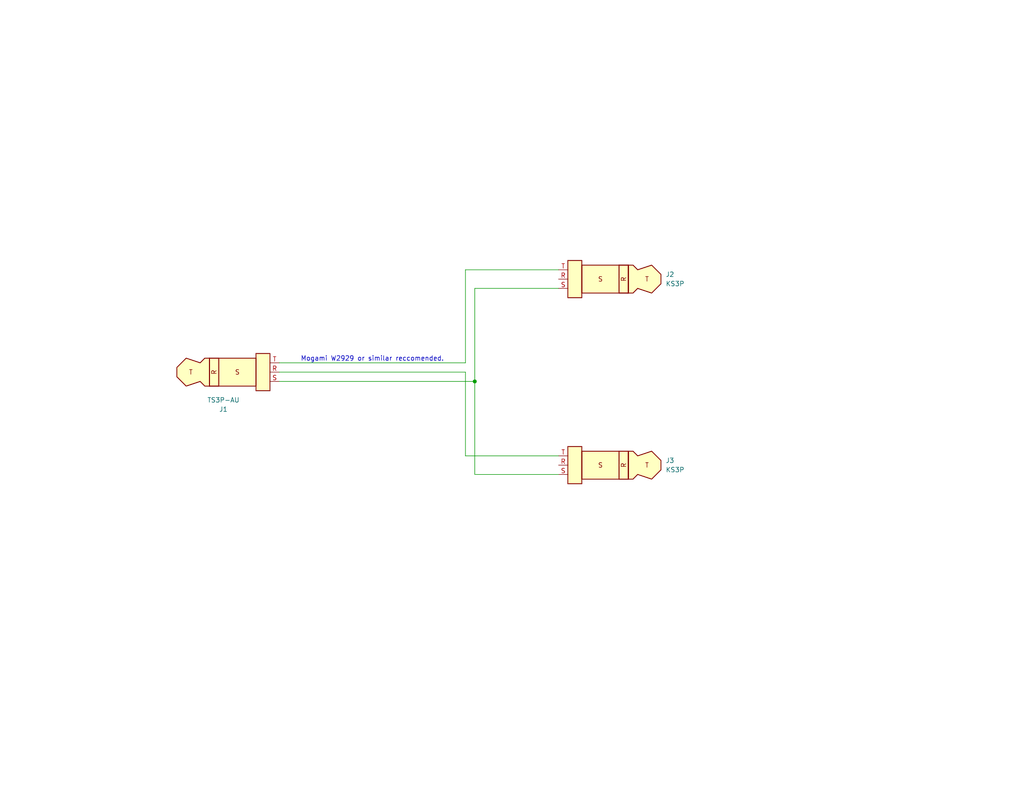
<source format=kicad_sch>
(kicad_sch (version 20231120) (generator "eeschema") (generator_version "8.0")
  (paper "USLetter")
  (title_block (title "HIFIMAN Arya Cable") (date "2025-05-04") (rev "0") (company "Tom Powell"))
  (lib_symbols
    (symbol "Connector_Audio:AudioPlug3"
      (property "Reference" "J" (at 1.27 6.35 0))
      (property "Value" "AudioPlug3" (at 1.27 -6.35 0))
      (symbol "AudioPlug3_0_0"
        (text "R" (at -2.54 0 900) (effects (font (size 1.27 1.27))))
      )
      (symbol "AudioPlug3_0_1"
        (rectangle (start -3.81 3.81) (end -1.27 -3.81) (stroke (width 0.254)))
        (rectangle (start -1.27 -1.27) (end -1.27 -1.27))
      )
      (symbol "AudioPlug3_1_0"
        (text "S" (at 3.81 0 0) (effects (font (size 1.27 1.27))))
        (text "T" (at -8.89 0 0) (effects (font (size 1.27 1.27))))
      )
      (symbol "AudioPlug3_1_1"
        (rectangle (start -3.81 3.81) (end 8.89 -3.81) (stroke (width 0.254)) (fill (type background)))
        (polyline (pts (xy -3.81 3.81) (xy -5.08 3.81) (xy -6.35 2.54) (xy -10.16 3.81) (xy -12.7 1.27) (xy -12.7 -1.27) (xy -10.16 -3.81) (xy -6.35 -2.54) (xy -5.08 -3.81) (xy -3.81 -3.81) (xy -3.81 3.81)) (stroke (width 0.254)) (fill (type background)))
        (rectangle (start 12.7 5.08) (end 8.89 -5.08) (stroke (width 0.254)) (fill (type background)))
        (pin passive line (at 15.24 0 180) (length 2.54) (name "~") (number "R"))
        (pin passive line (at 15.24 2.54 180) (length 2.54) (name "~") (number "S"))
        (pin passive line (at 15.24 -2.54 180) (length 2.54) (name "~") (number "T"))
      )
    )
  )
  (junction (at 129.54 104.14))
  (wire (pts (xy 129.54 129.54) (xy 129.54 104.14)))
  (wire (pts (xy 127 73.66) (xy 152.4 73.66)))
  (wire (pts (xy 76.2 101.6) (xy 127 101.6)))
  (wire (pts (xy 127 99.06) (xy 127 73.66)))
  (wire (pts (xy 129.54 78.74) (xy 152.4 78.74)))
  (wire (pts (xy 127 101.6) (xy 127 124.46)))
  (wire (pts (xy 152.4 129.54) (xy 129.54 129.54)))
  (wire (pts (xy 76.2 104.14) (xy 129.54 104.14)))
  (wire (pts (xy 76.2 99.06) (xy 127 99.06)))
  (wire (pts (xy 127 124.46) (xy 152.4 124.46)))
  (wire (pts (xy 129.54 104.14) (xy 129.54 78.74)))
  (text "Mogami W2929 or similar reccomended." (at 101.6 98.044 0) (effects (font (size 1.27 1.27))))
  (symbol (lib_id "Connector_Audio:AudioPlug3") (at 167.64 76.2 180) (unit 1)
    (property "Reference" "J2" (at 181.61 74.9299 0) (effects (justify right)))
    (property "Value" "KS3P" (at 181.61 77.4699 0) (effects (justify right)))
    (property "Description" "Audio Jack, 3 Poles (Stereo / TRS)" (effects (hide yes)))
  )
  (symbol (lib_id "Connector_Audio:AudioPlug3") (at 167.64 127 180) (unit 1)
    (property "Reference" "J3" (at 181.61 125.7299 0) (effects (justify right)))
    (property "Value" "KS3P" (at 181.61 128.2699 0) (effects (justify right)))
    (property "Description" "Audio Jack, 3 Poles (Stereo / TRS)" (effects (hide yes)))
  )
  (symbol (lib_id "Connector_Audio:AudioPlug3") (at 60.96 101.6 0) (mirror x) (unit 1)
    (property "Reference" "J1" (at 60.96 111.76 0))
    (property "Value" "TS3P-AU" (at 60.96 109.22 0))
    (property "Description" "Audio Jack, 3 Poles (Stereo / TRS)" (effects (hide yes)))
  )
)
</source>
